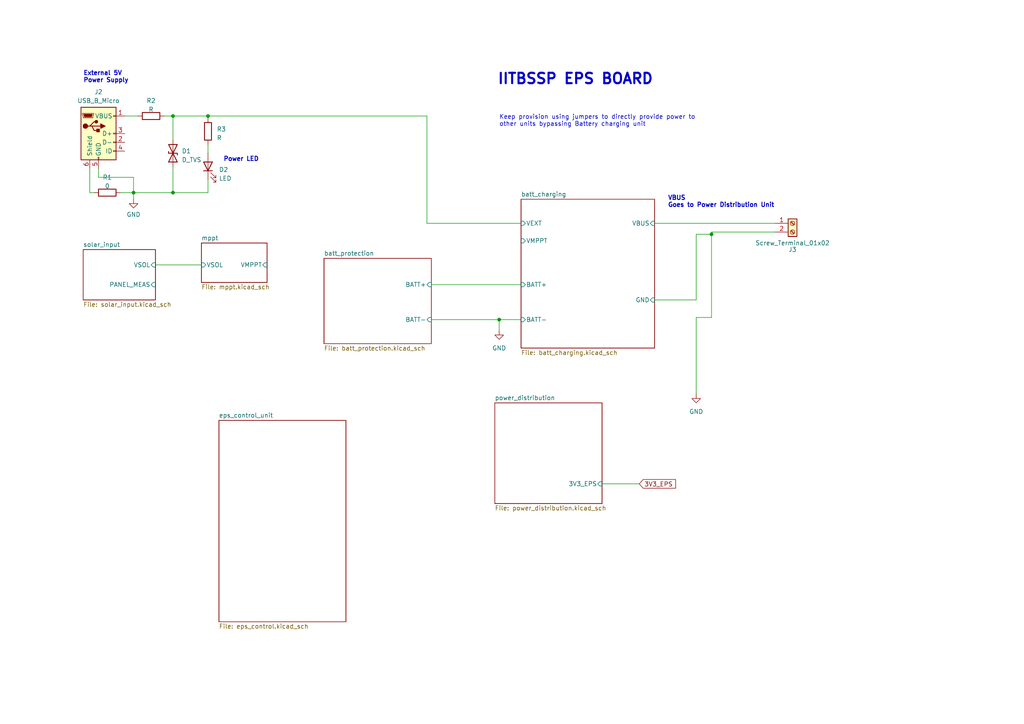
<source format=kicad_sch>
(kicad_sch (version 20230121) (generator eeschema)
  (paper "A4")
  (lib_symbols
    (symbol "Connector:Screw_Terminal_01x02" (pin_names (offset 1.016) hide)
      (property "Reference" "J" (at 0 2.54 0))
      (property "Value" "Screw_Terminal_01x02" (at 0 -5.08 0))
      (symbol "Screw_Terminal_01x02_1_1"
        (rectangle (start -1.27 1.27) (end 1.27 -3.81) (stroke (width 0.254)) (fill (type background)))
        (circle (center 0 -2.54) (radius 0.635) (stroke (width 0.1524)))
        (polyline (pts (xy -0.5334 -2.2098) (xy 0.3302 -3.048)) (stroke (width 0.1524)))
        (polyline (pts (xy -0.5334 0.3302) (xy 0.3302 -0.508)) (stroke (width 0.1524)))
        (polyline (pts (xy -0.3556 -2.032) (xy 0.508 -2.8702)) (stroke (width 0.1524)))
        (polyline (pts (xy -0.3556 0.508) (xy 0.508 -0.3302)) (stroke (width 0.1524)))
        (circle (center 0 0) (radius 0.635) (stroke (width 0.1524)))
        (pin passive line (at -5.08 0 0) (length 3.81) (name "Pin_1") (number "1"))
        (pin passive line (at -5.08 -2.54 0) (length 3.81) (name "Pin_2") (number "2"))
      )
    )
    (symbol "Connector:USB_B_Micro" (pin_names (offset 1.016))
      (property "Reference" "J" (at -5.08 11.43 0))
      (property "Value" "USB_B_Micro" (at -5.08 8.89 0))
      (symbol "USB_B_Micro_0_1"
        (rectangle (start -5.08 -7.62) (end 5.08 7.62) (stroke (width 0.254)) (fill (type background)))
        (circle (center -3.81 2.159) (radius 0.635) (stroke (width 0.254)) (fill (type outline)))
        (circle (center -0.635 3.429) (radius 0.381) (stroke (width 0.254)) (fill (type outline)))
        (rectangle (start -0.127 -7.62) (end 0.127 -6.858))
        (polyline (pts (xy -1.905 2.159) (xy 0.635 2.159)) (stroke (width 0.254)))
        (polyline (pts (xy -3.175 2.159) (xy -2.54 2.159) (xy -1.27 3.429) (xy -0.635 3.429)) (stroke (width 0.254)))
        (polyline (pts (xy -2.54 2.159) (xy -1.905 2.159) (xy -1.27 0.889) (xy 0 0.889)) (stroke (width 0.254)))
        (polyline (pts (xy 0.635 2.794) (xy 0.635 1.524) (xy 1.905 2.159) (xy 0.635 2.794)) (stroke (width 0.254)) (fill (type outline)))
        (polyline (pts (xy -4.318 5.588) (xy -1.778 5.588) (xy -2.032 4.826) (xy -4.064 4.826) (xy -4.318 5.588)) (fill (type outline)))
        (polyline (pts (xy -4.699 5.842) (xy -4.699 5.588) (xy -4.445 4.826) (xy -4.445 4.572) (xy -1.651 4.572) (xy -1.651 4.826) (xy -1.397 5.588) (xy -1.397 5.842) (xy -4.699 5.842)))
        (rectangle (start 0.254 1.27) (end -0.508 0.508) (stroke (width 0.254)) (fill (type outline)))
        (rectangle (start 5.08 -5.207) (end 4.318 -4.953))
        (rectangle (start 5.08 -2.667) (end 4.318 -2.413))
        (rectangle (start 5.08 -0.127) (end 4.318 0.127))
        (rectangle (start 5.08 4.953) (end 4.318 5.207))
      )
      (symbol "USB_B_Micro_1_1"
        (pin power_out line (at 7.62 5.08 180) (length 2.54) (name "VBUS") (number "1"))
        (pin bidirectional line (at 7.62 -2.54 180) (length 2.54) (name "D-") (number "2"))
        (pin bidirectional line (at 7.62 0 180) (length 2.54) (name "D+") (number "3"))
        (pin passive line (at 7.62 -5.08 180) (length 2.54) (name "ID") (number "4"))
        (pin power_out line (at 0 -10.16 90) (length 2.54) (name "GND") (number "5"))
        (pin passive line (at -2.54 -10.16 90) (length 2.54) (name "Shield") (number "6"))
      )
    )
    (symbol "Device:D_TVS" (pin_numbers hide) (pin_names (offset 1.016) hide)
      (property "Reference" "D" (at 0 2.54 0))
      (property "Value" "D_TVS" (at 0 -2.54 0))
      (symbol "D_TVS_0_1"
        (polyline (pts (xy 1.27 0) (xy -1.27 0)))
        (polyline (pts (xy 0.508 1.27) (xy 0 1.27) (xy 0 -1.27) (xy -0.508 -1.27)) (stroke (width 0.254)))
        (polyline (pts (xy -2.54 1.27) (xy -2.54 -1.27) (xy 2.54 1.27) (xy 2.54 -1.27) (xy -2.54 1.27)) (stroke (width 0.254)))
      )
      (symbol "D_TVS_1_1"
        (pin passive line (at -3.81 0 0) (length 2.54) (name "A1") (number "1"))
        (pin passive line (at 3.81 0 180) (length 2.54) (name "A2") (number "2"))
      )
    )
    (symbol "Device:LED" (pin_numbers hide) (pin_names (offset 1.016) hide)
      (property "Reference" "D" (at 0 2.54 0))
      (property "Value" "LED" (at 0 -2.54 0))
      (symbol "LED_0_1"
        (polyline (pts (xy -1.27 -1.27) (xy -1.27 1.27)) (stroke (width 0.254)))
        (polyline (pts (xy -1.27 0) (xy 1.27 0)))
        (polyline (pts (xy 1.27 -1.27) (xy 1.27 1.27) (xy -1.27 0) (xy 1.27 -1.27)) (stroke (width 0.254)))
        (polyline (pts (xy -3.048 -0.762) (xy -4.572 -2.286) (xy -3.81 -2.286) (xy -4.572 -2.286) (xy -4.572 -1.524)))
        (polyline (pts (xy -1.778 -0.762) (xy -3.302 -2.286) (xy -2.54 -2.286) (xy -3.302 -2.286) (xy -3.302 -1.524)))
      )
      (symbol "LED_1_1"
        (pin passive line (at -3.81 0 0) (length 2.54) (name "K") (number "1"))
        (pin passive line (at 3.81 0 180) (length 2.54) (name "A") (number "2"))
      )
    )
    (symbol "Device:R" (pin_numbers hide) (pin_names (offset 0))
      (property "Reference" "R" (at 2.032 0 90))
      (property "Value" "R" (at 0 0 90))
      (symbol "R_0_1"
        (rectangle (start -1.016 -2.54) (end 1.016 2.54) (stroke (width 0.254)))
      )
      (symbol "R_1_1"
        (pin passive line (at 0 3.81 270) (length 1.27) (name "~") (number "1"))
        (pin passive line (at 0 -3.81 90) (length 1.27) (name "~") (number "2"))
      )
    )
    (symbol "power:GND" (power) (pin_names (offset 0))
      (property "Value" "GND" (at 0 -3.81 0))
      (symbol "GND_0_1"
        (polyline (pts (xy 0 0) (xy 0 -1.27) (xy 1.27 -1.27) (xy 0 -2.54) (xy -1.27 -1.27) (xy 0 -1.27)))
      )
      (symbol "GND_1_1"
        (pin power_in line (at 0 0 270) (length 0) hide (name "GND") (number "1"))
      )
    )
  )
  (junction (at 50.165 55.88))
  (junction (at 50.165 33.655))
  (junction (at 38.735 55.88))
  (junction (at 144.78 92.71))
  (junction (at 60.325 33.655))
  (junction (at 206.375 67.945))
  (wire (pts (xy 28.575 51.435) (xy 38.735 51.435)))
  (wire (pts (xy 123.825 33.655) (xy 123.825 64.77)))
  (wire (pts (xy 206.375 67.31) (xy 206.375 67.945)))
  (wire (pts (xy 34.925 55.88) (xy 38.735 55.88)))
  (wire (pts (xy 206.375 92.075) (xy 201.93 92.075)))
  (wire (pts (xy 60.325 33.655) (xy 60.325 34.29)))
  (wire (pts (xy 38.735 51.435) (xy 38.735 55.88)))
  (wire (pts (xy 60.325 33.655) (xy 123.825 33.655)))
  (wire (pts (xy 174.625 140.335) (xy 185.42 140.335)))
  (wire (pts (xy 38.735 55.88) (xy 38.735 57.785)))
  (wire (pts (xy 206.375 67.31) (xy 224.79 67.31)))
  (wire (pts (xy 123.825 64.77) (xy 151.13 64.77)))
  (wire (pts (xy 45.085 76.835) (xy 58.42 76.835)))
  (wire (pts (xy 50.165 33.655) (xy 60.325 33.655)))
  (wire (pts (xy 60.325 55.88) (xy 60.325 52.07)))
  (wire (pts (xy 189.865 64.77) (xy 224.79 64.77)))
  (wire (pts (xy 144.78 92.71) (xy 151.13 92.71)))
  (wire (pts (xy 36.195 33.655) (xy 40.005 33.655)))
  (wire (pts (xy 26.035 48.895) (xy 26.035 55.88)))
  (wire (pts (xy 28.575 48.895) (xy 28.575 51.435)))
  (wire (pts (xy 201.93 67.945) (xy 206.375 67.945)))
  (wire (pts (xy 206.375 67.945) (xy 206.375 92.075)))
  (wire (pts (xy 201.93 86.995) (xy 201.93 67.945)))
  (wire (pts (xy 189.865 86.995) (xy 201.93 86.995)))
  (wire (pts (xy 125.095 82.55) (xy 151.13 82.55)))
  (wire (pts (xy 201.93 92.075) (xy 201.93 114.3)))
  (wire (pts (xy 26.035 55.88) (xy 27.305 55.88)))
  (wire (pts (xy 38.735 55.88) (xy 50.165 55.88)))
  (wire (pts (xy 47.625 33.655) (xy 50.165 33.655)))
  (wire (pts (xy 60.325 41.91) (xy 60.325 44.45)))
  (wire (pts (xy 125.095 92.71) (xy 144.78 92.71)))
  (wire (pts (xy 50.165 33.655) (xy 50.165 40.64)))
  (wire (pts (xy 144.78 92.71) (xy 144.78 95.885)))
  (wire (pts (xy 50.165 48.26) (xy 50.165 55.88)))
  (wire (pts (xy 50.165 55.88) (xy 60.325 55.88)))
  (text "Power LED" (at 64.77 46.99 0) (effects (font (size 1.27 1.27) bold) (justify left bottom)))
  (text "Keep provision using jumpers to directly provide power to\nother units bypassing Battery charging unit" (at 144.78 36.83 0) (effects (font (size 1.27 1.27)) (justify left bottom)))
  (text "IITBSSP EPS BOARD" (at 144.145 24.765 0) (effects (font (size 3 3) (thickness 0.6) bold) (justify left bottom)))
  (text "VBUS\nGoes to Power Distribution Unit" (at 193.675 60.325 0) (effects (font (size 1.27 1.27) bold) (justify left bottom)))
  (text "External 5V \nPower Supply" (at 24.13 24.13 0) (effects (font (size 1.27 1.27) bold) (justify left bottom)))
  (global_label "3V3_EPS" (shape input) (at 185.42 140.335 0) (property "Intersheetrefs" "${INTERSHEET_REFS}" (effects hide)))
  (symbol (lib_id "Device:R") (at 31.115 55.88 90) (unit 1)
    (property "Reference" "R1" (at 31.115 51.435 90))
    (property "Value" "0" (at 31.115 53.975 90))
  )
  (symbol (lib_id "Device:D_TVS") (at 50.165 44.45 90) (unit 1)
    (property "Reference" "D1" (at 52.705 43.815 90) (effects (justify right)))
    (property "Value" "D_TVS" (at 52.705 46.355 90) (effects (justify right)))
  )
  (symbol (lib_id "Device:LED") (at 60.325 48.26 90) (unit 1)
    (property "Reference" "D2" (at 63.5 49.2125 90) (effects (justify right)))
    (property "Value" "LED" (at 63.5 51.7525 90) (effects (justify right)))
  )
  (symbol (lib_id "power:GND") (at 201.93 114.3 0) (unit 1)
    (property "Reference" "#PWR04" (effects hide))
    (property "Value" "GND" (at 201.93 119.38 0))
  )
  (symbol (lib_id "power:GND") (at 144.78 95.885 0) (unit 1)
    (property "Reference" "#PWR03" (effects hide))
    (property "Value" "GND" (at 144.78 100.965 0))
  )
  (symbol (lib_id "Connector:Screw_Terminal_01x02") (at 229.87 64.77 0) (unit 1)
    (property "Reference" "J3" (at 229.87 72.39 0))
    (property "Value" "Screw_Terminal_01x02" (at 229.87 70.485 0))
  )
  (symbol (lib_id "power:GND") (at 38.735 57.785 0) (unit 1)
    (property "Reference" "#PWR02" (effects hide))
    (property "Value" "GND" (at 38.735 62.23 0))
  )
  (symbol (lib_id "Device:R") (at 60.325 38.1 180) (unit 1)
    (property "Reference" "R3" (at 62.865 37.465 0) (effects (justify right)))
    (property "Value" "R" (at 62.865 40.005 0) (effects (justify right)))
  )
  (symbol (lib_id "Device:R") (at 43.815 33.655 90) (unit 1)
    (property "Reference" "R2" (at 43.815 29.21 90))
    (property "Value" "R" (at 43.815 31.75 90))
  )
  (symbol (lib_id "Connector:USB_B_Micro") (at 28.575 38.735 0) (unit 1)
    (property "Reference" "J2" (at 28.575 26.67 0))
    (property "Value" "USB_B_Micro" (at 28.575 29.21 0))
  )
  (sheet (at 58.42 70.485) (size 19.05 11.43) (stroke (width 0.1524))
    (property "Sheetname" "mppt" (at 58.42 69.7734 0) (effects (justify left bottom)))
    (property "Sheetfile" "mppt.kicad_sch" (at 58.42 82.4996 0) (effects (justify left top)))
    (pin "VMPPT" input (at 77.47 76.835 0))
    (pin "VSOL" input (at 58.42 76.835 180))
  )
  (sheet (at 151.13 57.785) (size 38.735 43.18) (stroke (width 0.1524))
    (property "Sheetname" "batt_charging" (at 151.13 57.0734 0) (effects (justify left bottom)))
    (property "Sheetfile" "batt_charging.kicad_sch" (at 151.13 101.5496 0) (effects (justify left top)))
    (pin "BATT-" input (at 151.13 92.71 180))
    (pin "BATT+" input (at 151.13 82.55 180))
    (pin "VEXT" input (at 151.13 64.77 180))
    (pin "VMPPT" input (at 151.13 69.85 180))
    (pin "VBUS" input (at 189.865 64.77 0))
    (pin "GND" input (at 189.865 86.995 0))
  )
  (sheet (at 63.5 121.92) (size 36.83 58.42) (stroke (width 0.1524))
    (property "Sheetname" "eps_control_unit" (at 63.5 121.2084 0) (effects (justify left bottom)))
    (property "Sheetfile" "eps_control.kicad_sch" (at 63.5 180.9246 0) (effects (justify left top)))
  )
  (sheet (at 93.98 74.93) (size 31.115 24.765) (stroke (width 0.1524))
    (property "Sheetname" "batt_protection" (at 93.98 74.2184 0) (effects (justify left bottom)))
    (property "Sheetfile" "batt_protection.kicad_sch" (at 93.98 100.2796 0) (effects (justify left top)))
    (pin "BATT-" input (at 125.095 92.71 0))
    (pin "BATT+" input (at 125.095 82.55 0))
  )
  (sheet (at 143.51 116.84) (size 31.115 29.21) (stroke (width 0.1524))
    (property "Sheetname" "power_distribution" (at 143.51 116.1284 0) (effects (justify left bottom)))
    (property "Sheetfile" "power_distribution.kicad_sch" (at 143.51 146.6346 0) (effects (justify left top)))
    (pin "3V3_EPS" input (at 174.625 140.335 0))
  )
  (sheet (at 24.13 72.39) (size 20.955 14.605) (stroke (width 0.1524))
    (property "Sheetname" "solar_input" (at 24.13 71.6784 0) (effects (justify left bottom)))
    (property "Sheetfile" "solar_input.kicad_sch" (at 24.13 87.5796 0) (effects (justify left top)))
    (pin "VSOL" input (at 45.085 76.835 0))
    (pin "PANEL_MEAS" input (at 45.085 82.55 0))
  )
)
</source>
